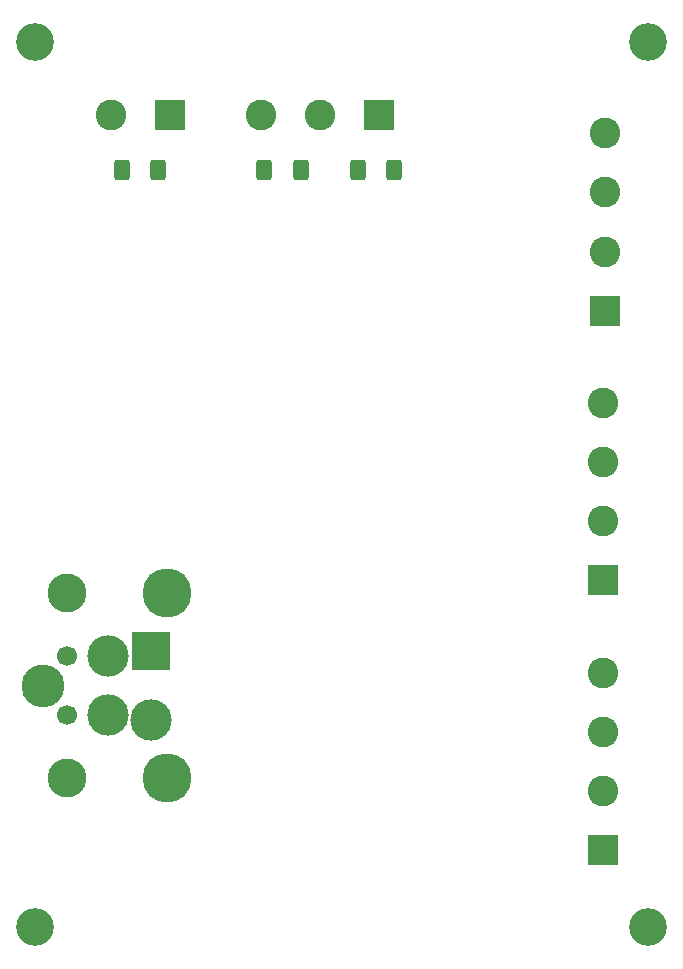
<source format=gbr>
%TF.GenerationSoftware,KiCad,Pcbnew,(6.0.6-0)*%
%TF.CreationDate,2024-04-04T07:50:36+02:00*%
%TF.ProjectId,9outputs,396f7574-7075-4747-932e-6b696361645f,rev?*%
%TF.SameCoordinates,Original*%
%TF.FileFunction,Soldermask,Bot*%
%TF.FilePolarity,Negative*%
%FSLAX46Y46*%
G04 Gerber Fmt 4.6, Leading zero omitted, Abs format (unit mm)*
G04 Created by KiCad (PCBNEW (6.0.6-0)) date 2024-04-04 07:50:36*
%MOMM*%
%LPD*%
G01*
G04 APERTURE LIST*
G04 Aperture macros list*
%AMRoundRect*
0 Rectangle with rounded corners*
0 $1 Rounding radius*
0 $2 $3 $4 $5 $6 $7 $8 $9 X,Y pos of 4 corners*
0 Add a 4 corners polygon primitive as box body*
4,1,4,$2,$3,$4,$5,$6,$7,$8,$9,$2,$3,0*
0 Add four circle primitives for the rounded corners*
1,1,$1+$1,$2,$3*
1,1,$1+$1,$4,$5*
1,1,$1+$1,$6,$7*
1,1,$1+$1,$8,$9*
0 Add four rect primitives between the rounded corners*
20,1,$1+$1,$2,$3,$4,$5,0*
20,1,$1+$1,$4,$5,$6,$7,0*
20,1,$1+$1,$6,$7,$8,$9,0*
20,1,$1+$1,$8,$9,$2,$3,0*%
G04 Aperture macros list end*
%ADD10R,3.200000X3.200000*%
%ADD11C,3.500000*%
%ADD12C,4.155000*%
%ADD13C,3.300000*%
%ADD14C,3.630000*%
%ADD15C,1.700000*%
%ADD16RoundRect,0.250000X-0.400000X-0.625000X0.400000X-0.625000X0.400000X0.625000X-0.400000X0.625000X0*%
%ADD17R,2.600000X2.600000*%
%ADD18C,2.600000*%
%ADD19C,3.200000*%
G04 APERTURE END LIST*
D10*
%TO.C,1111*%
X103528000Y-87397500D03*
D11*
X103528000Y-93197500D03*
X99878000Y-87797500D03*
X99878000Y-92797500D03*
D12*
X104878000Y-82497500D03*
X104878000Y-98097500D03*
D13*
X96378000Y-82497500D03*
X96378000Y-98097500D03*
D14*
X94378000Y-90297500D03*
D15*
X96378000Y-87797500D03*
X96378000Y-92797500D03*
%TD*%
D16*
%TO.C,R3*%
X121031000Y-46609000D03*
X124131000Y-46609000D03*
%TD*%
%TO.C,R2*%
X116231000Y-46609000D03*
X113131000Y-46609000D03*
%TD*%
%TO.C,R1*%
X101066000Y-46609000D03*
X104166000Y-46609000D03*
%TD*%
D17*
%TO.C,J1*%
X141986000Y-58554000D03*
D18*
X141986000Y-53554000D03*
X141986000Y-48554000D03*
X141986000Y-43554000D03*
%TD*%
D19*
%TO.C,H4*%
X145641000Y-110744000D03*
%TD*%
%TO.C,H2*%
X93726000Y-110744000D03*
%TD*%
%TO.C,H1*%
X93726000Y-35814000D03*
%TD*%
D17*
%TO.C,J11*%
X105116000Y-42009000D03*
D18*
X100116000Y-42009000D03*
%TD*%
D17*
%TO.C,J4*%
X122856000Y-42009000D03*
D18*
X117856000Y-42009000D03*
X112856000Y-42009000D03*
%TD*%
D17*
%TO.C,J3*%
X141831000Y-104234000D03*
D18*
X141831000Y-99234000D03*
X141831000Y-94234000D03*
X141831000Y-89234000D03*
%TD*%
D19*
%TO.C,H3*%
X145641000Y-35814000D03*
%TD*%
D17*
%TO.C,J2*%
X141831000Y-81374000D03*
D18*
X141831000Y-76374000D03*
X141831000Y-71374000D03*
X141831000Y-66374000D03*
%TD*%
M02*

</source>
